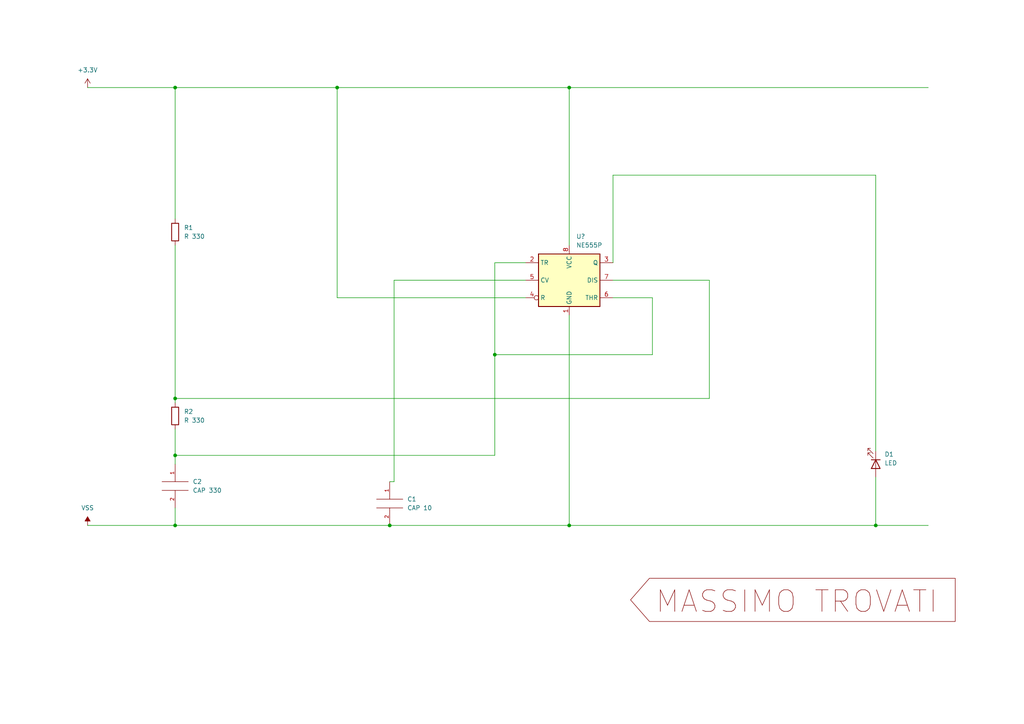
<source format=kicad_sch>
(kicad_sch (version 20211123) (generator eeschema)
  (paper "A4")
  (lib_symbols
    (symbol "Device:LED" (pin_numbers hide) (pin_names (offset 1.016) hide)
      (property "Reference" "D" (at 0 2.54 0))
      (property "Value" "LED" (at 0 -2.54 0))
      (symbol "LED_0_1"
        (polyline (pts (xy -1.27 -1.27) (xy -1.27 1.27)) (stroke (width 0.254)))
        (polyline (pts (xy -1.27 0) (xy 1.27 0)))
        (polyline (pts (xy 1.27 -1.27) (xy 1.27 1.27) (xy -1.27 0) (xy 1.27 -1.27)) (stroke (width 0.254)))
        (polyline (pts (xy -3.048 -0.762) (xy -4.572 -2.286) (xy -3.81 -2.286) (xy -4.572 -2.286) (xy -4.572 -1.524)))
        (polyline (pts (xy -1.778 -0.762) (xy -3.302 -2.286) (xy -2.54 -2.286) (xy -3.302 -2.286) (xy -3.302 -1.524)))
      )
      (symbol "LED_1_1"
        (pin passive line (at -3.81 0 0) (length 2.54) (name "K") (number "1"))
        (pin passive line (at 3.81 0 180) (length 2.54) (name "A") (number "2"))
      )
    )
    (symbol "Device:R" (pin_numbers hide) (pin_names (offset 0))
      (property "Reference" "R" (at 2.032 0 90))
      (property "Value" "R" (at 0 0 90))
      (symbol "R_0_1"
        (rectangle (start -1.016 -2.54) (end 1.016 2.54) (stroke (width 0.254)))
      )
      (symbol "R_1_1"
        (pin passive line (at 0 3.81 270) (length 1.27) (name "~") (number "1"))
        (pin passive line (at 0 -3.81 90) (length 1.27) (name "~") (number "2"))
      )
    )
    (symbol "Timer:NE555P"
      (property "Reference" "U" (at -10.16 8.89 0))
      (property "Value" "NE555P" (at 2.54 8.89 0))
      (symbol "NE555P_0_0"
        (pin power_in line (at 0 -10.16 90) (length 2.54) (name "GND") (number "1"))
        (pin power_in line (at 0 10.16 270) (length 2.54) (name "VCC") (number "8"))
      )
      (symbol "NE555P_0_1"
        (rectangle (start -8.89 -7.62) (end 8.89 7.62) (stroke (width 0.254)) (fill (type background)))
        (rectangle (start -8.89 -7.62) (end 8.89 7.62) (stroke (width 0.254)) (fill (type background)))
      )
      (symbol "NE555P_1_1"
        (pin input line (at -12.7 5.08 0) (length 3.81) (name "TR") (number "2"))
        (pin output line (at 12.7 5.08 180) (length 3.81) (name "Q") (number "3"))
        (pin input inverted (at -12.7 -5.08 0) (length 3.81) (name "R") (number "4"))
        (pin input line (at -12.7 0 0) (length 3.81) (name "CV") (number "5"))
        (pin input line (at 12.7 -5.08 180) (length 3.81) (name "THR") (number "6"))
        (pin input line (at 12.7 0 180) (length 3.81) (name "DIS") (number "7"))
      )
    )
    (symbol "power:+3.3V" (power) (pin_names (offset 0))
      (property "Value" "+3.3V" (at 0 3.556 0))
      (symbol "+3.3V_0_1"
        (polyline (pts (xy -0.762 1.27) (xy 0 2.54)))
        (polyline (pts (xy 0 0) (xy 0 2.54)))
        (polyline (pts (xy 0 2.54) (xy 0.762 1.27)))
      )
      (symbol "+3.3V_1_1"
        (pin power_in line (at 0 0 90) (length 0) hide (name "+3.3V") (number "1"))
      )
    )
    (symbol "power:VSS" (power) (pin_names (offset 0))
      (property "Value" "VSS" (at 0 3.81 0))
      (symbol "VSS_0_1"
        (polyline (pts (xy 0 0) (xy 0 2.54)))
        (polyline (pts (xy 0.762 1.27) (xy -0.762 1.27) (xy 0 2.54) (xy 0.762 1.27)) (fill (type outline)))
      )
      (symbol "VSS_1_1"
        (pin power_in line (at 0 0 90) (length 0) hide (name "VSS") (number "1"))
      )
    )
    (symbol "pspice:CAP" (pin_names (offset 0.254))
      (property "Reference" "C" (at 2.54 3.81 90))
      (property "Value" "CAP" (at 2.54 -3.81 90))
      (symbol "CAP_0_1"
        (polyline (pts (xy -3.81 -1.27) (xy 3.81 -1.27)))
        (polyline (pts (xy -3.81 1.27) (xy 3.81 1.27)))
      )
      (symbol "CAP_1_1"
        (pin passive line (at 0 6.35 270) (length 5.08) (name "~") (number "1"))
        (pin passive line (at 0 -6.35 90) (length 5.08) (name "~") (number "2"))
      )
    )
  )
  (junction (at 113.03 152.4))
  (junction (at 143.51 102.87))
  (junction (at 50.8 25.4))
  (junction (at 165.1 152.4))
  (junction (at 50.8 152.4))
  (junction (at 97.79 25.4))
  (junction (at 50.8 132.08))
  (junction (at 50.8 115.57))
  (junction (at 254 152.4))
  (junction (at 165.1 25.4))
  (wire (pts (xy 205.74 115.57) (xy 205.74 81.28)))
  (wire (pts (xy 50.8 71.12) (xy 50.8 115.57)))
  (wire (pts (xy 50.8 25.4) (xy 97.79 25.4)))
  (wire (pts (xy 177.8 50.8) (xy 177.8 76.2)))
  (wire (pts (xy 189.23 86.36) (xy 189.23 102.87)))
  (wire (pts (xy 114.3 81.28) (xy 114.3 139.7)))
  (wire (pts (xy 254 152.4) (xy 269.24 152.4)))
  (wire (pts (xy 25.4 152.4) (xy 50.8 152.4)))
  (wire (pts (xy 97.79 25.4) (xy 97.79 86.36)))
  (wire (pts (xy 113.03 139.7) (xy 114.3 139.7)))
  (wire (pts (xy 143.51 102.87) (xy 143.51 132.08)))
  (wire (pts (xy 177.8 86.36) (xy 189.23 86.36)))
  (wire (pts (xy 143.51 102.87) (xy 143.51 76.2)))
  (wire (pts (xy 189.23 102.87) (xy 143.51 102.87)))
  (wire (pts (xy 177.8 81.28) (xy 205.74 81.28)))
  (wire (pts (xy 165.1 91.44) (xy 165.1 152.4)))
  (wire (pts (xy 143.51 132.08) (xy 50.8 132.08)))
  (wire (pts (xy 254 50.8) (xy 177.8 50.8)))
  (wire (pts (xy 25.4 25.4) (xy 50.8 25.4)))
  (wire (pts (xy 165.1 25.4) (xy 269.24 25.4)))
  (wire (pts (xy 254 130.81) (xy 254 50.8)))
  (wire (pts (xy 50.8 132.08) (xy 50.8 134.62)))
  (wire (pts (xy 152.4 81.28) (xy 114.3 81.28)))
  (wire (pts (xy 50.8 115.57) (xy 205.74 115.57)))
  (wire (pts (xy 50.8 124.46) (xy 50.8 132.08)))
  (wire (pts (xy 165.1 25.4) (xy 165.1 71.12)))
  (wire (pts (xy 254 138.43) (xy 254 152.4)))
  (wire (pts (xy 97.79 25.4) (xy 165.1 25.4)))
  (wire (pts (xy 152.4 86.36) (xy 97.79 86.36)))
  (wire (pts (xy 165.1 152.4) (xy 254 152.4)))
  (wire (pts (xy 143.51 76.2) (xy 152.4 76.2)))
  (wire (pts (xy 50.8 25.4) (xy 50.8 63.5)))
  (wire (pts (xy 50.8 115.57) (xy 50.8 116.84)))
  (wire (pts (xy 50.8 152.4) (xy 113.03 152.4)))
  (wire (pts (xy 50.8 147.32) (xy 50.8 152.4)))
  (wire (pts (xy 113.03 152.4) (xy 165.1 152.4)))
  (global_label "MASSIMO TROVATI" (shape input) (at 182.88 173.99 0) (effects (font (size 6.27 6.27))) (property "Riferimenti inter-foglio" "${INTERSHEET_REFS}" (effects hide)))
  (symbol (lib_id "pspice:CAP") (at 50.8 140.97 0) (unit 1)
    (property "Reference" "C2" (at 55.88 139.6999 0) (effects (justify left)))
    (property "Value" "CAP 330" (at 55.88 142.2399 0) (effects (justify left)))
  )
  (symbol (lib_id "power:+3.3V") (at 25.4 25.4 0) (unit 1)
    (property "Reference" "#PWR?" (effects hide))
    (property "Value" "+3.3V" (at 25.4 20.32 0))
  )
  (symbol (lib_id "Device:LED") (at 254 134.62 270) (unit 1)
    (property "Reference" "D1" (at 256.54 131.7624 90) (effects (justify left)))
    (property "Value" "LED" (at 256.54 134.3024 90) (effects (justify left)))
  )
  (symbol (lib_id "Timer:NE555P") (at 165.1 81.28 0) (unit 1)
    (property "Reference" "U?" (at 167.1194 68.58 0) (effects (justify left)))
    (property "Value" "NE555P" (at 167.1194 71.12 0) (effects (justify left)))
    (property "Footprint" "Package_DIP:DIP-8_W7.62mm" (effects hide))
    (property "Datasheet" "http://www.ti.com/lit/ds/symlink/ne555.pdf" (effects hide))
  )
  (symbol (lib_id "Device:R") (at 50.8 67.31 0) (unit 1)
    (property "Reference" "R1" (at 53.34 66.0399 0) (effects (justify left)))
    (property "Value" "R 330" (at 53.34 68.5799 0) (effects (justify left)))
  )
  (symbol (lib_id "power:VSS") (at 25.4 152.4 0) (unit 1)
    (property "Reference" "#PWR?" (effects hide))
    (property "Value" "VSS" (at 25.4 147.32 0))
  )
  (symbol (lib_id "pspice:CAP") (at 113.03 146.05 0) (unit 1)
    (property "Reference" "C1" (at 118.11 144.7799 0) (effects (justify left)))
    (property "Value" "CAP 10" (at 118.11 147.3199 0) (effects (justify left)))
  )
  (symbol (lib_id "Device:R") (at 50.8 120.65 0) (unit 1)
    (property "Reference" "R2" (at 53.34 119.3799 0) (effects (justify left)))
    (property "Value" "R 330" (at 53.34 121.9199 0) (effects (justify left)))
  )
)
</source>
